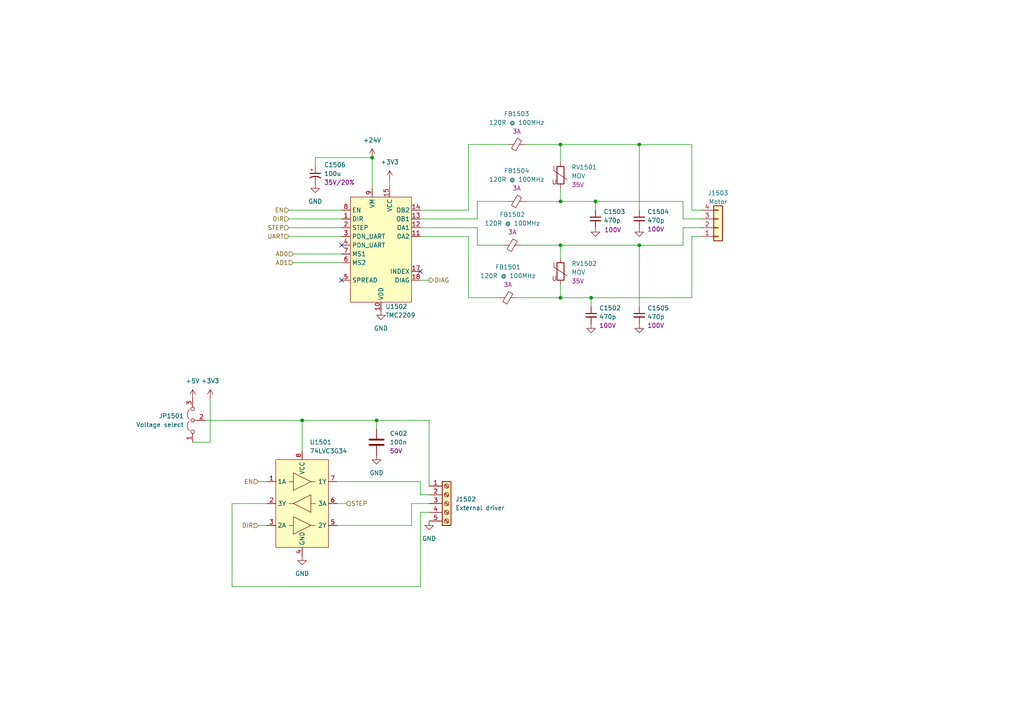
<source format=kicad_sch>
(kicad_sch (version 20230121) (generator eeschema)
  (paper "A4")
  (lib_symbols
    (symbol "Connector:Screw_Terminal_01x05" (pin_names (offset 1.016) hide)
      (property "Reference" "J" (at 0 7.62 0))
      (property "Value" "Screw_Terminal_01x05" (at 0 -7.62 0))
      (symbol "Screw_Terminal_01x05_1_1"
        (rectangle (start -1.27 6.35) (end 1.27 -6.35) (stroke (width 0.254)) (fill (type background)))
        (circle (center 0 -5.08) (radius 0.635) (stroke (width 0.1524)))
        (circle (center 0 -2.54) (radius 0.635) (stroke (width 0.1524)))
        (polyline (pts (xy -0.5334 -4.7498) (xy 0.3302 -5.588)) (stroke (width 0.1524)))
        (polyline (pts (xy -0.5334 -2.2098) (xy 0.3302 -3.048)) (stroke (width 0.1524)))
        (polyline (pts (xy -0.5334 0.3302) (xy 0.3302 -0.508)) (stroke (width 0.1524)))
        (polyline (pts (xy -0.5334 2.8702) (xy 0.3302 2.032)) (stroke (width 0.1524)))
        (polyline (pts (xy -0.5334 5.4102) (xy 0.3302 4.572)) (stroke (width 0.1524)))
        (polyline (pts (xy -0.3556 -4.572) (xy 0.508 -5.4102)) (stroke (width 0.1524)))
        (polyline (pts (xy -0.3556 -2.032) (xy 0.508 -2.8702)) (stroke (width 0.1524)))
        (polyline (pts (xy -0.3556 0.508) (xy 0.508 -0.3302)) (stroke (width 0.1524)))
        (polyline (pts (xy -0.3556 3.048) (xy 0.508 2.2098)) (stroke (width 0.1524)))
        (polyline (pts (xy -0.3556 5.588) (xy 0.508 4.7498)) (stroke (width 0.1524)))
        (circle (center 0 0) (radius 0.635) (stroke (width 0.1524)))
        (circle (center 0 2.54) (radius 0.635) (stroke (width 0.1524)))
        (circle (center 0 5.08) (radius 0.635) (stroke (width 0.1524)))
        (pin passive line (at -5.08 5.08 0) (length 3.81) (name "Pin_1") (number "1"))
        (pin passive line (at -5.08 2.54 0) (length 3.81) (name "Pin_2") (number "2"))
        (pin passive line (at -5.08 0 0) (length 3.81) (name "Pin_3") (number "3"))
        (pin passive line (at -5.08 -2.54 0) (length 3.81) (name "Pin_4") (number "4"))
        (pin passive line (at -5.08 -5.08 0) (length 3.81) (name "Pin_5") (number "5"))
      )
    )
    (symbol "Connector_Generic:Conn_01x04" (pin_names (offset 1.016) hide)
      (property "Reference" "J" (at 0 5.08 0))
      (property "Value" "Conn_01x04" (at 0 -7.62 0))
      (symbol "Conn_01x04_1_1"
        (rectangle (start -1.27 -4.953) (end 0 -5.207) (stroke (width 0.1524)))
        (rectangle (start -1.27 -2.413) (end 0 -2.667) (stroke (width 0.1524)))
        (rectangle (start -1.27 0.127) (end 0 -0.127) (stroke (width 0.1524)))
        (rectangle (start -1.27 2.667) (end 0 2.413) (stroke (width 0.1524)))
        (rectangle (start -1.27 3.81) (end 1.27 -6.35) (stroke (width 0.254)) (fill (type background)))
        (pin passive line (at -5.08 2.54 0) (length 3.81) (name "Pin_1") (number "1"))
        (pin passive line (at -5.08 0 0) (length 3.81) (name "Pin_2") (number "2"))
        (pin passive line (at -5.08 -2.54 0) (length 3.81) (name "Pin_3") (number "3"))
        (pin passive line (at -5.08 -5.08 0) (length 3.81) (name "Pin_4") (number "4"))
      )
    )
    (symbol "Device:C" (pin_numbers hide) (pin_names (offset 0.254))
      (property "Reference" "C" (at 0.635 2.54 0))
      (property "Value" "C" (at 0.635 -2.54 0))
      (symbol "C_0_1"
        (polyline (pts (xy -2.032 -0.762) (xy 2.032 -0.762)) (stroke (width 0.508)))
        (polyline (pts (xy -2.032 0.762) (xy 2.032 0.762)) (stroke (width 0.508)))
      )
      (symbol "C_1_1"
        (pin passive line (at 0 3.81 270) (length 2.794) (name "~") (number "1"))
        (pin passive line (at 0 -3.81 90) (length 2.794) (name "~") (number "2"))
      )
    )
    (symbol "Device:C_Polarized_Small_US" (pin_numbers hide) (pin_names (offset 0.254) hide)
      (property "Reference" "C" (at 0.254 1.778 0))
      (property "Value" "C_Polarized_Small_US" (at 0.254 -2.032 0))
      (symbol "C_Polarized_Small_US_0_1"
        (polyline (pts (xy -1.524 0.508) (xy 1.524 0.508)) (stroke (width 0.3048)))
        (polyline (pts (xy -1.27 1.524) (xy -0.762 1.524)))
        (polyline (pts (xy -1.016 1.27) (xy -1.016 1.778)))
        (arc (start 1.524 -0.762) (mid 0 -0.3734) (end -1.524 -0.762) (stroke (width 0.3048)))
      )
      (symbol "C_Polarized_Small_US_1_1"
        (pin passive line (at 0 2.54 270) (length 2.032) (name "~") (number "1"))
        (pin passive line (at 0 -2.54 90) (length 2.032) (name "~") (number "2"))
      )
    )
    (symbol "Device:C_Small" (pin_numbers hide) (pin_names (offset 0.254) hide)
      (property "Reference" "C" (at 0.254 1.778 0))
      (property "Value" "C_Small" (at 0.254 -2.032 0))
      (symbol "C_Small_0_1"
        (polyline (pts (xy -1.524 -0.508) (xy 1.524 -0.508)) (stroke (width 0.3302)))
        (polyline (pts (xy -1.524 0.508) (xy 1.524 0.508)) (stroke (width 0.3048)))
      )
      (symbol "C_Small_1_1"
        (pin passive line (at 0 2.54 270) (length 2.032) (name "~") (number "1"))
        (pin passive line (at 0 -2.54 90) (length 2.032) (name "~") (number "2"))
      )
    )
    (symbol "Device:FerriteBead_Small" (pin_numbers hide) (pin_names (offset 0))
      (property "Reference" "FB" (at 1.905 1.27 0))
      (property "Value" "FerriteBead_Small" (at 1.905 -1.27 0))
      (symbol "FerriteBead_Small_0_1"
        (polyline (pts (xy 0 -1.27) (xy 0 -0.7874)))
        (polyline (pts (xy 0 0.889) (xy 0 1.2954)))
        (polyline (pts (xy -1.8288 0.2794) (xy -1.1176 1.4986) (xy 1.8288 -0.2032) (xy 1.1176 -1.4224) (xy -1.8288 0.2794)))
      )
      (symbol "FerriteBead_Small_1_1"
        (pin passive line (at 0 2.54 270) (length 1.27) (name "~") (number "1"))
        (pin passive line (at 0 -2.54 90) (length 1.27) (name "~") (number "2"))
      )
    )
    (symbol "Device:Varistor" (pin_numbers hide) (pin_names (offset 0))
      (property "Reference" "RV" (at 3.175 0 90))
      (property "Value" "Varistor" (at -3.175 0 90))
      (symbol "Varistor_0_0"
        (text "U" (at -1.778 -2.032 0) (effects (font (size 1.27 1.27))))
      )
      (symbol "Varistor_0_1"
        (rectangle (start -1.016 -2.54) (end 1.016 2.54) (stroke (width 0.254)))
        (polyline (pts (xy -1.905 2.54) (xy -1.905 1.27) (xy 1.905 -1.27)))
      )
      (symbol "Varistor_1_1"
        (pin passive line (at 0 3.81 270) (length 1.27) (name "~") (number "1"))
        (pin passive line (at 0 -3.81 90) (length 1.27) (name "~") (number "2"))
      )
    )
    (symbol "Droid:74LVC3G34"
      (property "Reference" "U" (at 2.54 -13.97 0))
      (property "Value" "74LVC3G34" (at 2.54 -16.51 0))
      (symbol "74LVC3G34_0_0"
        (pin input line (at -10.16 6.35 0) (length 2.54) (name "1A") (number "1"))
        (pin input line (at -10.16 -6.35 0) (length 2.54) (name "2A") (number "3"))
      )
      (symbol "74LVC3G34_0_1"
        (rectangle (start -7.62 12.7) (end 7.62 -12.7) (fill (type background)))
        (polyline (pts (xy -2.54 -6.35) (xy -3.81 -6.35)))
        (polyline (pts (xy -2.54 0) (xy -3.81 0)))
        (polyline (pts (xy -2.54 6.35) (xy -3.81 6.35)))
        (polyline (pts (xy 2.54 -6.35) (xy 3.81 -6.35)))
        (polyline (pts (xy 2.54 0) (xy 3.81 0)))
        (polyline (pts (xy 2.54 6.35) (xy 3.81 6.35)))
        (polyline (pts (xy -2.54 -7.62) (xy -2.54 -3.81) (xy 2.54 -6.35) (xy -2.54 -8.89) (xy -2.54 -7.62)))
        (polyline (pts (xy -2.54 5.08) (xy -2.54 8.89) (xy 2.54 6.35) (xy -2.54 3.81) (xy -2.54 5.08)))
        (polyline (pts (xy 2.54 1.27) (xy 2.54 -2.54) (xy -2.54 0) (xy 2.54 2.54) (xy 2.54 1.27)))
      )
      (symbol "74LVC3G34_1_0"
        (pin output line (at -10.16 0 0) (length 2.54) (name "3Y") (number "2"))
        (pin power_in line (at 0 -15.24 90) (length 2.54) (name "GND") (number "4"))
        (pin output line (at 10.16 -6.35 180) (length 2.54) (name "2Y") (number "5"))
        (pin input line (at 10.16 0 180) (length 2.54) (name "3A") (number "6"))
        (pin output line (at 10.16 6.35 180) (length 2.54) (name "1Y") (number "7"))
        (pin power_in line (at 0 15.24 270) (length 2.54) (name "VCC") (number "8"))
      )
    )
    (symbol "Droid:TMC2209_Breakout"
      (property "Reference" "U" (at 1.27 -16.51 0))
      (property "Value" "TMC2209" (at 1.27 -19.05 0))
      (symbol "TMC2209_Breakout_1_1"
        (rectangle (start -8.89 15.24) (end 8.89 -15.24) (fill (type background)))
        (pin input line (at -11.43 8.89 0) (length 2.54) (name "DIR") (number "1"))
        (pin power_in line (at 0 -17.78 90) (length 2.54) (name "VDD") (number "10"))
        (pin output line (at 11.43 3.81 180) (length 2.54) (name "OA2") (number "11"))
        (pin output line (at 11.43 6.35 180) (length 2.54) (name "OA1") (number "12"))
        (pin output line (at 11.43 8.89 180) (length 2.54) (name "OB1") (number "13"))
        (pin output line (at 11.43 11.43 180) (length 2.54) (name "OB2") (number "14"))
        (pin power_in line (at 2.54 17.78 270) (length 2.54) (name "VCC") (number "15"))
        (pin power_in line (at 0 -17.78 90) (length 2.54) hide (name "VDD") (number "16"))
        (pin output line (at 11.43 -6.35 180) (length 2.54) (name "INDEX") (number "17"))
        (pin output line (at 11.43 -8.89 180) (length 2.54) (name "DIAG") (number "18"))
        (pin input line (at -11.43 6.35 0) (length 2.54) (name "STEP") (number "2"))
        (pin input line (at -11.43 3.81 0) (length 2.54) (name "PDN_UART") (number "3"))
        (pin input line (at -11.43 1.27 0) (length 2.54) (name "PDN_UART") (number "4"))
        (pin input line (at -11.43 -8.89 0) (length 2.54) (name "SPREAD") (number "5"))
        (pin input line (at -11.43 -3.81 0) (length 2.54) (name "MS2") (number "6"))
        (pin input line (at -11.43 -1.27 0) (length 2.54) (name "MS1") (number "7"))
        (pin input line (at -11.43 11.43 0) (length 2.54) (name "EN") (number "8"))
        (pin power_in line (at -2.54 17.78 270) (length 2.54) (name "VM") (number "9"))
      )
    )
    (symbol "Jumper:Jumper_3_Open" (pin_names (offset 0) hide)
      (property "Reference" "JP" (at -2.54 -2.54 0))
      (property "Value" "Jumper_3_Open" (at 0 2.794 0))
      (symbol "Jumper_3_Open_0_0"
        (circle (center -3.302 0) (radius 0.508))
        (circle (center 0 0) (radius 0.508))
        (circle (center 3.302 0) (radius 0.508))
      )
      (symbol "Jumper_3_Open_0_1"
        (arc (start -0.254 1.016) (mid -1.651 1.4992) (end -3.048 1.016))
        (polyline (pts (xy 0 -0.508) (xy 0 -1.27)))
        (arc (start 3.048 1.016) (mid 1.651 1.4992) (end 0.254 1.016))
      )
      (symbol "Jumper_3_Open_1_1"
        (pin passive line (at -6.35 0 0) (length 2.54) (name "A") (number "1"))
        (pin passive line (at 0 -3.81 90) (length 2.54) (name "C") (number "2"))
        (pin passive line (at 6.35 0 180) (length 2.54) (name "B") (number "3"))
      )
    )
    (symbol "power:+24V" (power) (pin_names (offset 0))
      (property "Value" "+24V" (at 0 3.556 0))
      (symbol "+24V_0_1"
        (polyline (pts (xy -0.762 1.27) (xy 0 2.54)))
        (polyline (pts (xy 0 0) (xy 0 2.54)))
        (polyline (pts (xy 0 2.54) (xy 0.762 1.27)))
      )
      (symbol "+24V_1_1"
        (pin power_in line (at 0 0 90) (length 0) hide (name "+24V") (number "1"))
      )
    )
    (symbol "power:+3V3" (power) (pin_names (offset 0))
      (property "Value" "+3V3" (at 0 3.556 0))
      (symbol "+3V3_0_1"
        (polyline (pts (xy -0.762 1.27) (xy 0 2.54)))
        (polyline (pts (xy 0 0) (xy 0 2.54)))
        (polyline (pts (xy 0 2.54) (xy 0.762 1.27)))
      )
      (symbol "+3V3_1_1"
        (pin power_in line (at 0 0 90) (length 0) hide (name "+3V3") (number "1"))
      )
    )
    (symbol "power:+5V" (power) (pin_names (offset 0))
      (property "Value" "+5V" (at 0 3.556 0))
      (symbol "+5V_0_1"
        (polyline (pts (xy -0.762 1.27) (xy 0 2.54)))
        (polyline (pts (xy 0 0) (xy 0 2.54)))
        (polyline (pts (xy 0 2.54) (xy 0.762 1.27)))
      )
      (symbol "+5V_1_1"
        (pin power_in line (at 0 0 90) (length 0) hide (name "+5V") (number "1"))
      )
    )
    (symbol "power:GND" (power) (pin_names (offset 0))
      (property "Value" "GND" (at 0 -3.81 0))
      (symbol "GND_0_1"
        (polyline (pts (xy 0 0) (xy 0 -1.27) (xy 1.27 -1.27) (xy 0 -2.54) (xy -1.27 -1.27) (xy 0 -1.27)))
      )
      (symbol "GND_1_1"
        (pin power_in line (at 0 0 270) (length 0) hide (name "GND") (number "1"))
      )
    )
  )
  (junction (at 172.72 58.42))
  (junction (at 162.56 71.12))
  (junction (at 87.63 121.92))
  (junction (at 171.45 86.36))
  (junction (at 162.56 58.42))
  (junction (at 162.56 41.91))
  (junction (at 107.95 45.72))
  (junction (at 185.42 41.91))
  (junction (at 185.42 71.12))
  (junction (at 109.22 121.92))
  (junction (at 162.56 86.36))
  (no_connect (at 121.92 78.74))
  (no_connect (at 99.06 71.12))
  (no_connect (at 99.06 81.28))
  (wire (pts (xy 121.92 139.7) (xy 121.92 143.51)))
  (wire (pts (xy 162.56 58.42) (xy 172.72 58.42)))
  (wire (pts (xy 67.31 170.18) (xy 121.92 170.18)))
  (wire (pts (xy 200.66 86.36) (xy 171.45 86.36)))
  (wire (pts (xy 203.2 68.58) (xy 200.66 68.58)))
  (wire (pts (xy 171.45 86.36) (xy 171.45 88.9)))
  (wire (pts (xy 124.46 140.97) (xy 124.46 121.92)))
  (wire (pts (xy 162.56 82.55) (xy 162.56 86.36)))
  (wire (pts (xy 135.89 60.96) (xy 135.89 41.91)))
  (wire (pts (xy 91.44 48.26) (xy 91.44 45.72)))
  (wire (pts (xy 138.43 63.5) (xy 138.43 58.42)))
  (wire (pts (xy 121.92 170.18) (xy 121.92 148.59)))
  (wire (pts (xy 83.82 66.04) (xy 99.06 66.04)))
  (wire (pts (xy 162.56 41.91) (xy 185.42 41.91)))
  (wire (pts (xy 55.88 128.27) (xy 60.96 128.27)))
  (wire (pts (xy 162.56 86.36) (xy 171.45 86.36)))
  (wire (pts (xy 203.2 60.96) (xy 200.66 60.96)))
  (wire (pts (xy 198.12 66.04) (xy 203.2 66.04)))
  (wire (pts (xy 83.82 68.58) (xy 99.06 68.58)))
  (wire (pts (xy 60.96 128.27) (xy 60.96 115.57)))
  (wire (pts (xy 97.79 146.05) (xy 100.33 146.05)))
  (wire (pts (xy 121.92 68.58) (xy 135.89 68.58)))
  (wire (pts (xy 109.22 121.92) (xy 87.63 121.92)))
  (wire (pts (xy 97.79 152.4) (xy 119.38 152.4)))
  (wire (pts (xy 200.66 60.96) (xy 200.66 41.91)))
  (wire (pts (xy 162.56 71.12) (xy 162.56 74.93)))
  (wire (pts (xy 119.38 152.4) (xy 119.38 146.05)))
  (wire (pts (xy 147.32 58.42) (xy 138.43 58.42)))
  (wire (pts (xy 83.82 63.5) (xy 99.06 63.5)))
  (wire (pts (xy 109.22 124.46) (xy 109.22 121.92)))
  (wire (pts (xy 200.66 68.58) (xy 200.66 86.36)))
  (wire (pts (xy 185.42 41.91) (xy 185.42 60.96)))
  (wire (pts (xy 124.46 121.92) (xy 109.22 121.92)))
  (wire (pts (xy 162.56 54.61) (xy 162.56 58.42)))
  (wire (pts (xy 198.12 63.5) (xy 203.2 63.5)))
  (wire (pts (xy 85.09 73.66) (xy 99.06 73.66)))
  (wire (pts (xy 198.12 71.12) (xy 198.12 66.04)))
  (wire (pts (xy 59.69 121.92) (xy 87.63 121.92)))
  (wire (pts (xy 185.42 71.12) (xy 185.42 88.9)))
  (wire (pts (xy 119.38 146.05) (xy 124.46 146.05)))
  (wire (pts (xy 185.42 41.91) (xy 200.66 41.91)))
  (wire (pts (xy 198.12 58.42) (xy 198.12 63.5)))
  (wire (pts (xy 162.56 41.91) (xy 162.56 46.99)))
  (wire (pts (xy 121.92 60.96) (xy 135.89 60.96)))
  (wire (pts (xy 152.4 58.42) (xy 162.56 58.42)))
  (wire (pts (xy 138.43 66.04) (xy 138.43 71.12)))
  (wire (pts (xy 149.86 86.36) (xy 162.56 86.36)))
  (wire (pts (xy 152.4 41.91) (xy 162.56 41.91)))
  (wire (pts (xy 135.89 41.91) (xy 147.32 41.91)))
  (wire (pts (xy 172.72 58.42) (xy 172.72 60.96)))
  (wire (pts (xy 85.09 76.2) (xy 99.06 76.2)))
  (wire (pts (xy 121.92 66.04) (xy 138.43 66.04)))
  (wire (pts (xy 172.72 58.42) (xy 198.12 58.42)))
  (wire (pts (xy 121.92 81.28) (xy 124.46 81.28)))
  (wire (pts (xy 87.63 121.92) (xy 87.63 130.81)))
  (wire (pts (xy 121.92 143.51) (xy 124.46 143.51)))
  (wire (pts (xy 77.47 146.05) (xy 67.31 146.05)))
  (wire (pts (xy 107.95 45.72) (xy 107.95 54.61)))
  (wire (pts (xy 135.89 86.36) (xy 144.78 86.36)))
  (wire (pts (xy 97.79 139.7) (xy 121.92 139.7)))
  (wire (pts (xy 83.82 60.96) (xy 99.06 60.96)))
  (wire (pts (xy 151.13 71.12) (xy 162.56 71.12)))
  (wire (pts (xy 135.89 68.58) (xy 135.89 86.36)))
  (wire (pts (xy 113.03 52.07) (xy 113.03 54.61)))
  (wire (pts (xy 185.42 71.12) (xy 198.12 71.12)))
  (wire (pts (xy 121.92 63.5) (xy 138.43 63.5)))
  (wire (pts (xy 121.92 148.59) (xy 124.46 148.59)))
  (wire (pts (xy 67.31 146.05) (xy 67.31 170.18)))
  (wire (pts (xy 91.44 45.72) (xy 107.95 45.72)))
  (wire (pts (xy 74.93 139.7) (xy 77.47 139.7)))
  (wire (pts (xy 146.05 71.12) (xy 138.43 71.12)))
  (wire (pts (xy 162.56 71.12) (xy 185.42 71.12)))
  (wire (pts (xy 74.93 152.4) (xy 77.47 152.4)))
  (hierarchical_label "EN" (shape input) (at 83.82 60.96 180))
  (hierarchical_label "STEP" (shape input) (at 83.82 66.04 180))
  (hierarchical_label "EN" (shape input) (at 74.93 139.7 180))
  (hierarchical_label "DIR" (shape input) (at 74.93 152.4 180))
  (hierarchical_label "AD0" (shape input) (at 85.09 73.66 180))
  (hierarchical_label "UART" (shape input) (at 83.82 68.58 180))
  (hierarchical_label "DIAG" (shape output) (at 124.46 81.28 0))
  (hierarchical_label "STEP" (shape input) (at 100.33 146.05 0))
  (hierarchical_label "DIR" (shape input) (at 83.82 63.5 180))
  (hierarchical_label "AD1" (shape input) (at 85.09 76.2 180))
  (symbol (lib_id "Device:FerriteBead_Small") (at 148.59 71.12 90) (unit 1)
    (property "Reference" "FB1502" (at 148.59 62.23 90))
    (property "Value" "120R @ 100MHz" (at 148.59 64.77 90))
    (property "Footprint" "Droid:L_0603_HandSolder" (effects hide))
    (property "Datasheet" "https://www.murata.com/products/productdata/8796738650142/ENFA0003.pdf" (effects hide))
    (property "Rating" "3A" (at 148.59 67.31 90))
    (property "mpn" "BLM18KG121TN1D" (effects hide))
    (instances (project "movertron" (path "" (reference "FB1502") (unit 1)) (path "" (reference "FB1602") (unit 1)) (path "" (reference "FB1702") (unit 1))) (project "starfish" (path "" (reference "FB1403") (unit 1)) (path "" (reference "FB1503") (unit 1)) (path "" (reference "FB1603") (unit 1))))
  )
  (symbol (lib_id "power:GND") (at 172.72 66.04 0) (unit 1)
    (property "Reference" "#PWR01510" (effects hide))
    (property "Value" "GND" (effects hide))
    (instances (project "movertron" (path "" (reference "#PWR01510") (unit 1)) (path "" (reference "#PWR01610") (unit 1)) (path "" (reference "#PWR01710") (unit 1))) (project "starfish" (path "" (reference "#PWR01406") (unit 1)) (path "" (reference "#PWR01506") (unit 1)) (path "" (reference "#PWR01606") (unit 1))))
  )
  (symbol (lib_id "power:GND") (at 124.46 151.13 0) (unit 1)
    (property "Reference" "#PWR01508" (effects hide))
    (property "Value" "GND" (at 124.46 156.21 0))
    (instances (project "movertron" (path "" (reference "#PWR01508") (unit 1)) (path "" (reference "#PWR01608") (unit 1)) (path "" (reference "#PWR01708") (unit 1))))
  )
  (symbol (lib_id "Connector_Generic:Conn_01x04") (at 208.28 66.04 0) (mirror x) (unit 1)
    (property "Reference" "J1503" (at 208.28 55.9902 0))
    (property "Value" "Motor" (at 208.28 58.5271 0))
    (property "Footprint" "Droid:JST_XH_B4B-XH-AM_1x04_P2.50mm_Vertical" (effects hide))
    (property "mpn" "B4B-XH-AM" (effects hide))
    (instances (project "movertron" (path "" (reference "J1503") (unit 1)) (path "" (reference "J1603") (unit 1)) (path "" (reference "J1703") (unit 1))) (project "starfish" (path "" (reference "J1401") (unit 1)) (path "" (reference "J1501") (unit 1)) (path "" (reference "J1601") (unit 1))))
  )
  (symbol (lib_id "power:GND") (at 110.49 90.17 0) (unit 1)
    (property "Reference" "#PWR01506" (effects hide))
    (property "Value" "GND" (at 110.49 95.25 0))
    (instances (project "movertron" (path "" (reference "#PWR01506") (unit 1)) (path "" (reference "#PWR01606") (unit 1)) (path "" (reference "#PWR01706") (unit 1))))
  )
  (symbol (lib_id "Device:FerriteBead_Small") (at 147.32 86.36 90) (unit 1)
    (property "Reference" "FB1501" (at 147.32 77.47 90))
    (property "Value" "120R @ 100MHz" (at 147.32 80.01 90))
    (property "Footprint" "Droid:L_0603_HandSolder" (effects hide))
    (property "Datasheet" "https://www.murata.com/products/productdata/8796738650142/ENFA0003.pdf" (effects hide))
    (property "Rating" "3A" (at 147.2819 82.55 90))
    (property "mpn" "BLM18KG121TN1D" (effects hide))
    (instances (project "movertron" (path "" (reference "FB1501") (unit 1)) (path "" (reference "FB1601") (unit 1)) (path "" (reference "FB1701") (unit 1))) (project "starfish" (path "" (reference "FB1404") (unit 1)) (path "" (reference "FB1504") (unit 1)) (path "" (reference "FB1604") (unit 1))))
  )
  (symbol (lib_id "Device:C_Small") (at 185.42 63.5 0) (unit 1)
    (property "Reference" "C1504" (at 187.7441 61.4032 0) (effects (justify left)))
    (property "Value" "470p" (at 187.7441 63.9401 0) (effects (justify left)))
    (property "Footprint" "Droid:C_0603_HandSolder" (effects hide))
    (property "Rating" "100V" (at 187.7441 66.477 0) (effects (justify left)))
    (property "mpn" "885342006005" (effects hide))
    (instances (project "movertron" (path "" (reference "C1504") (unit 1)) (path "" (reference "C1604") (unit 1)) (path "" (reference "C1704") (unit 1))) (project "starfish" (path "" (reference "C1409") (unit 1)) (path "" (reference "C1509") (unit 1)) (path "" (reference "C1609") (unit 1))))
  )
  (symbol (lib_id "power:+3V3") (at 113.03 52.07 0) (unit 1)
    (property "Reference" "#PWR01507" (effects hide))
    (property "Value" "+3V3" (at 113.03 46.99 0))
    (instances (project "movertron" (path "" (reference "#PWR01507") (unit 1)) (path "" (reference "#PWR01607") (unit 1)) (path "" (reference "#PWR01707") (unit 1))))
  )
  (symbol (lib_id "Device:FerriteBead_Small") (at 149.86 58.42 90) (unit 1)
    (property "Reference" "FB1504" (at 149.86 49.53 90))
    (property "Value" "120R @ 100MHz" (at 149.86 52.07 90))
    (property "Footprint" "Droid:L_0603_HandSolder" (effects hide))
    (property "Datasheet" "https://www.murata.com/products/productdata/8796738650142/ENFA0003.pdf" (effects hide))
    (property "Rating" "3A" (at 149.86 54.61 90))
    (property "mpn" "BLM18KG121TN1D" (effects hide))
    (instances (project "movertron" (path "" (reference "FB1504") (unit 1)) (path "" (reference "FB1604") (unit 1)) (path "" (reference "FB1704") (unit 1))) (project "starfish" (path "" (reference "FB1402") (unit 1)) (path "" (reference "FB1502") (unit 1)) (path "" (reference "FB1602") (unit 1))))
  )
  (symbol (lib_id "power:GND") (at 171.45 93.98 0) (unit 1)
    (property "Reference" "#PWR01509" (effects hide))
    (property "Value" "GND" (effects hide))
    (instances (project "movertron" (path "" (reference "#PWR01509") (unit 1)) (path "" (reference "#PWR01609") (unit 1)) (path "" (reference "#PWR01709") (unit 1))) (project "starfish" (path "" (reference "#PWR01407") (unit 1)) (path "" (reference "#PWR01507") (unit 1)) (path "" (reference "#PWR01607") (unit 1))))
  )
  (symbol (lib_id "Device:Varistor") (at 162.56 78.74 0) (unit 1)
    (property "Reference" "RV1502" (at 165.735 76.4531 0) (effects (justify left)))
    (property "Value" "MOV" (at 165.735 78.9931 0) (effects (justify left)))
    (property "Footprint" "Droid:R_0603_HandSolder" (effects hide))
    (property "mpn" "B72500D0300H060" (effects hide))
    (property "Rating" "35V" (at 165.735 81.5331 0) (effects (justify left)))
    (property "Sim.Name" "kicad_builtin_varistor" (effects hide))
    (property "Sim.Device" "SUBCKT" (effects hide))
    (property "Sim.Pins" "1=A 2=B" (effects hide))
    (property "Sim.Params" "threshold=1k" (effects hide))
    (property "Sim.Library" "${KICAD7_SYMBOL_DIR}/Simulation_SPICE.sp" (effects hide))
    (instances (project "movertron" (path "" (reference "RV1502") (unit 1)) (path "" (reference "RV1602") (unit 1)) (path "" (reference "RV1702") (unit 1))) (project "starfish" (path "" (reference "RV1402") (unit 1)) (path "" (reference "RV1502") (unit 1)) (path "" (reference "RV1602") (unit 1))))
  )
  (symbol (lib_id "Jumper:Jumper_3_Open") (at 55.88 121.92 90) (unit 1)
    (property "Reference" "JP1501" (at 53.34 120.65 90) (effects (justify left)))
    (property "Value" "Voltage select" (at 53.34 123.19 90) (effects (justify left)))
    (property "Footprint" "Connector_PinHeader_2.54mm:PinHeader_1x03_P2.54mm_Vertical" (effects hide))
    (instances (project "movertron" (path "" (reference "JP1501") (unit 1)) (path "" (reference "JP1601") (unit 1)) (path "" (reference "JP1701") (unit 1))))
  )
  (symbol (lib_id "power:+24V") (at 107.95 45.72 0) (unit 1)
    (property "Reference" "#PWR01504" (effects hide))
    (property "Value" "+24V" (at 107.95 40.64 0))
    (instances (project "movertron" (path "" (reference "#PWR01504") (unit 1)) (path "" (reference "#PWR01604") (unit 1)) (path "" (reference "#PWR01704") (unit 1))))
  )
  (symbol (lib_id "Device:C_Small") (at 185.42 91.44 0) (unit 1)
    (property "Reference" "C1505" (at 187.7441 89.3432 0) (effects (justify left)))
    (property "Value" "470p" (at 187.7441 91.8801 0) (effects (justify left)))
    (property "Footprint" "Droid:C_0603_HandSolder" (effects hide))
    (property "Rating" "100V" (at 187.7441 94.417 0) (effects (justify left)))
    (property "mpn" "885342006005" (effects hide))
    (instances (project "movertron" (path "" (reference "C1505") (unit 1)) (path "" (reference "C1605") (unit 1)) (path "" (reference "C1705") (unit 1))) (project "starfish" (path "" (reference "C1410") (unit 1)) (path "" (reference "C1510") (unit 1)) (path "" (reference "C1610") (unit 1))))
  )
  (symbol (lib_id "power:GND") (at 87.63 161.29 0) (unit 1)
    (property "Reference" "#PWR01503" (effects hide))
    (property "Value" "GND" (at 87.63 166.37 0))
    (instances (project "movertron" (path "" (reference "#PWR01503") (unit 1)) (path "" (reference "#PWR01603") (unit 1)) (path "" (reference "#PWR01703") (unit 1))))
  )
  (symbol (lib_id "Device:FerriteBead_Small") (at 149.86 41.91 90) (unit 1)
    (property "Reference" "FB1503" (at 149.86 33.02 90))
    (property "Value" "120R @ 100MHz" (at 149.86 35.56 90))
    (property "Footprint" "Droid:L_0603_HandSolder" (effects hide))
    (property "Datasheet" "https://www.murata.com/products/productdata/8796738650142/ENFA0003.pdf" (effects hide))
    (property "Rating" "3A" (at 149.86 38.1 90))
    (property "mpn" "BLM18KG121TN1D" (effects hide))
    (instances (project "movertron" (path "" (reference "FB1503") (unit 1)) (path "" (reference "FB1603") (unit 1)) (path "" (reference "FB1703") (unit 1))) (project "starfish" (path "" (reference "FB1401") (unit 1)) (path "" (reference "FB1501") (unit 1)) (path "" (reference "FB1601") (unit 1))))
  )
  (symbol (lib_id "Device:C_Small") (at 172.72 63.5 0) (unit 1)
    (property "Reference" "C1503" (at 175.0441 61.4032 0) (effects (justify left)))
    (property "Value" "470p" (at 175.0441 63.9401 0) (effects (justify left)))
    (property "Footprint" "Droid:C_0603_HandSolder" (effects hide))
    (property "Rating" "100V" (at 175.26 66.675 0) (effects (justify left)))
    (property "mpn" "885342006005" (effects hide))
    (instances (project "movertron" (path "" (reference "C1503") (unit 1)) (path "" (reference "C1603") (unit 1)) (path "" (reference "C1703") (unit 1))) (project "starfish" (path "" (reference "C1407") (unit 1)) (path "" (reference "C1507") (unit 1)) (path "" (reference "C1607") (unit 1))))
  )
  (symbol (lib_id "power:+5V") (at 55.88 115.57 0) (unit 1)
    (property "Reference" "#PWR01501" (effects hide))
    (property "Value" "+5V" (at 55.88 110.49 0))
    (instances (project "movertron" (path "" (reference "#PWR01501") (unit 1)) (path "" (reference "#PWR01601") (unit 1)) (path "" (reference "#PWR01701") (unit 1))))
  )
  (symbol (lib_id "power:GND") (at 91.44 53.34 0) (unit 1)
    (property "Reference" "#PWR01513" (effects hide))
    (property "Value" "GND" (at 91.44 58.42 0))
    (instances (project "movertron" (path "" (reference "#PWR01513") (unit 1)) (path "" (reference "#PWR01613") (unit 1)) (path "" (reference "#PWR01713") (unit 1))))
  )
  (symbol (lib_id "power:+3V3") (at 60.96 115.57 0) (unit 1)
    (property "Reference" "#PWR01502" (effects hide))
    (property "Value" "+3V3" (at 60.96 110.49 0))
    (instances (project "movertron" (path "" (reference "#PWR01502") (unit 1)) (path "" (reference "#PWR01602") (unit 1)) (path "" (reference "#PWR01702") (unit 1))))
  )
  (symbol (lib_id "power:GND") (at 109.22 132.08 0) (unit 1)
    (property "Reference" "#PWR01505" (effects hide))
    (property "Value" "GND" (at 109.22 137.16 0))
    (instances (project "movertron" (path "" (reference "#PWR01505") (unit 1)) (path "" (reference "#PWR01605") (unit 1)) (path "" (reference "#PWR01705") (unit 1))))
  )
  (symbol (lib_id "Device:C") (at 109.22 128.27 0) (unit 1)
    (property "Reference" "C402" (at 113.03 125.73 0) (effects (justify left)))
    (property "Value" "100n" (at 113.03 128.27 0) (effects (justify left)))
    (property "Footprint" "Droid:C_0603_HandSolder" (effects hide))
    (property "mpn" "CL10B104KB8NNNC" (effects hide))
    (property "Rating" "50V" (at 113.03 130.81 0) (effects (justify left)))
    (instances (project "movertron" (path "" (reference "C402") (unit 1)) (path "" (reference "C1501") (unit 1)) (path "" (reference "C1601") (unit 1)) (path "" (reference "C1701") (unit 1))))
  )
  (symbol (lib_id "Device:C_Polarized_Small_US") (at 91.44 50.8 0) (unit 1)
    (property "Reference" "C1506" (at 93.98 47.8282 0) (effects (justify left)))
    (property "Value" "100u" (at 93.98 50.3682 0) (effects (justify left)))
    (property "Footprint" "Capacitor_SMD:CP_Elec_6.3x7.7" (effects hide))
    (property "Rating" "35V/20%" (at 93.98 52.9082 0) (effects (justify left)))
    (property "mpn" "865080653016, UWT1V221MNL1GS" (effects hide))
    (instances (project "movertron" (path "" (reference "C1506") (unit 1)) (path "" (reference "C1606") (unit 1)) (path "" (reference "C1706") (unit 1))) (project "starfish" (path "" (reference "C1411") (unit 1)) (path "" (reference "C1511") (unit 1)) (path "" (reference "C1611") (unit 1))))
  )
  (symbol (lib_id "Connector:Screw_Terminal_01x05") (at 129.54 146.05 0) (unit 1)
    (property "Reference" "J1502" (at 132.08 144.78 0) (effects (justify left)))
    (property "Value" "External driver" (at 132.08 147.32 0) (effects (justify left)))
    (property "Footprint" "Droid:TerminalBlock_PhoenixContact_5x5mm" (effects hide))
    (property "mpn" "1935190" (effects hide))
    (instances (project "movertron" (path "" (reference "J1502") (unit 1)) (path "" (reference "J1602") (unit 1)) (path "" (reference "J1702") (unit 1))))
  )
  (symbol (lib_id "Droid:74LVC3G34") (at 87.63 146.05 0) (unit 1)
    (property "Reference" "U1501" (at 89.8241 128.27 0) (effects (justify left)))
    (property "Value" "74LVC3G34" (at 89.8241 130.81 0) (effects (justify left)))
    (property "Footprint" "Package_SO:TSSOP-8_3x3mm_P0.65mm" (effects hide))
    (property "Datasheet" "https://www.mouser.de/datasheet/2/916/74LVC3G34-1541779.pdf" (effects hide))
    (property "mpn" "74LVC3G34DP,125" (effects hide))
    (instances (project "movertron" (path "" (reference "U1501") (unit 1)) (path "" (reference "U1601") (unit 1)) (path "" (reference "U1701") (unit 1))))
  )
  (symbol (lib_id "Device:Varistor") (at 162.56 50.8 0) (unit 1)
    (property "Reference" "RV1501" (at 165.735 48.5131 0) (effects (justify left)))
    (property "Value" "MOV" (at 165.735 51.0531 0) (effects (justify left)))
    (property "Footprint" "Droid:R_0603_HandSolder" (effects hide))
    (property "mpn" "B72500D0300H060" (effects hide))
    (property "Rating" "35V" (at 165.735 53.5931 0) (effects (justify left)))
    (property "Sim.Name" "kicad_builtin_varistor" (effects hide))
    (property "Sim.Device" "SUBCKT" (effects hide))
    (property "Sim.Pins" "1=A 2=B" (effects hide))
    (property "Sim.Params" "threshold=1k" (effects hide))
    (property "Sim.Library" "${KICAD7_SYMBOL_DIR}/Simulation_SPICE.sp" (effects hide))
    (instances (project "movertron" (path "" (reference "RV1501") (unit 1)) (path "" (reference "RV1601") (unit 1)) (path "" (reference "RV1701") (unit 1))) (project "starfish" (path "" (reference "RV1401") (unit 1)) (path "" (reference "RV1501") (unit 1)) (path "" (reference "RV1601") (unit 1))))
  )
  (symbol (lib_id "Droid:TMC2209_Breakout") (at 110.49 72.39 0) (unit 1)
    (property "Reference" "U1502" (at 111.76 88.9 0) (effects (justify left)))
    (property "Value" "TMC2209" (at 111.76 91.44 0) (effects (justify left)))
    (property "Footprint" "Droid:TMC2209_Breakout_18_15.2x20.3mm" (effects hide))
    (property "Datasheet" "https://github.com/watterott/SilentStepStick/blob/master/hardware/SilentStepStick-TMC2209_v20.pdf" (effects hide))
    (property "mpn" "TMC2209SILENTSTEPSTICK" (effects hide))
    (instances (project "movertron" (path "" (reference "U1502") (unit 1)) (path "" (reference "U1602") (unit 1)) (path "" (reference "U1702") (unit 1))))
  )
  (symbol (lib_id "power:GND") (at 185.42 93.98 0) (unit 1)
    (property "Reference" "#PWR01512" (effects hide))
    (property "Value" "GND" (effects hide))
    (instances (project "movertron" (path "" (reference "#PWR01512") (unit 1)) (path "" (reference "#PWR01612") (unit 1)) (path "" (reference "#PWR01712") (unit 1))) (project "starfish" (path "" (reference "#PWR01409") (unit 1)) (path "" (reference "#PWR01509") (unit 1)) (path "" (reference "#PWR01609") (unit 1))))
  )
  (symbol (lib_id "power:GND") (at 185.42 66.04 0) (unit 1)
    (property "Reference" "#PWR01511" (effects hide))
    (property "Value" "GND" (effects hide))
    (instances (project "movertron" (path "" (reference "#PWR01511") (unit 1)) (path "" (reference "#PWR01611") (unit 1)) (path "" (reference "#PWR01711") (unit 1))) (project "starfish" (path "" (reference "#PWR01408") (unit 1)) (path "" (reference "#PWR01508") (unit 1)) (path "" (reference "#PWR01608") (unit 1))))
  )
  (symbol (lib_id "Device:C_Small") (at 171.45 91.44 0) (unit 1)
    (property "Reference" "C1502" (at 173.7741 89.3432 0) (effects (justify left)))
    (property "Value" "470p" (at 173.7741 91.8801 0) (effects (justify left)))
    (property "Footprint" "Droid:C_0603_HandSolder" (effects hide))
    (property "Rating" "100V" (at 173.7741 94.417 0) (effects (justify left)))
    (property "mpn" "885342006005" (effects hide))
    (instances (project "movertron" (path "" (reference "C1502") (unit 1)) (path "" (reference "C1602") (unit 1)) (path "" (reference "C1702") (unit 1))) (project "starfish" (path "" (reference "C1408") (unit 1)) (path "" (reference "C1508") (unit 1)) (path "" (reference "C1608") (unit 1))))
  )
)
</source>
